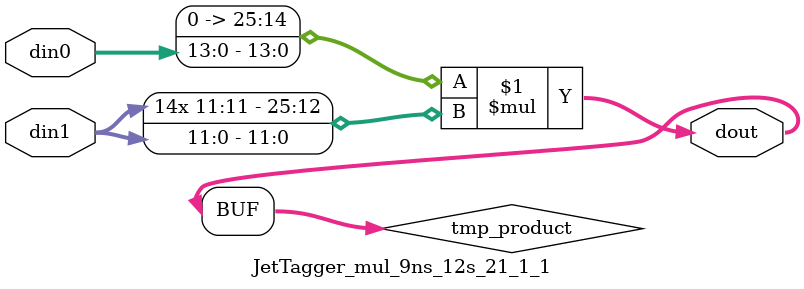
<source format=v>

`timescale 1 ns / 1 ps

  module JetTagger_mul_9ns_12s_21_1_1(din0, din1, dout);
parameter ID = 1;
parameter NUM_STAGE = 0;
parameter din0_WIDTH = 14;
parameter din1_WIDTH = 12;
parameter dout_WIDTH = 26;

input [din0_WIDTH - 1 : 0] din0; 
input [din1_WIDTH - 1 : 0] din1; 
output [dout_WIDTH - 1 : 0] dout;

wire signed [dout_WIDTH - 1 : 0] tmp_product;











assign tmp_product = $signed({1'b0, din0}) * $signed(din1);










assign dout = tmp_product;







endmodule

</source>
